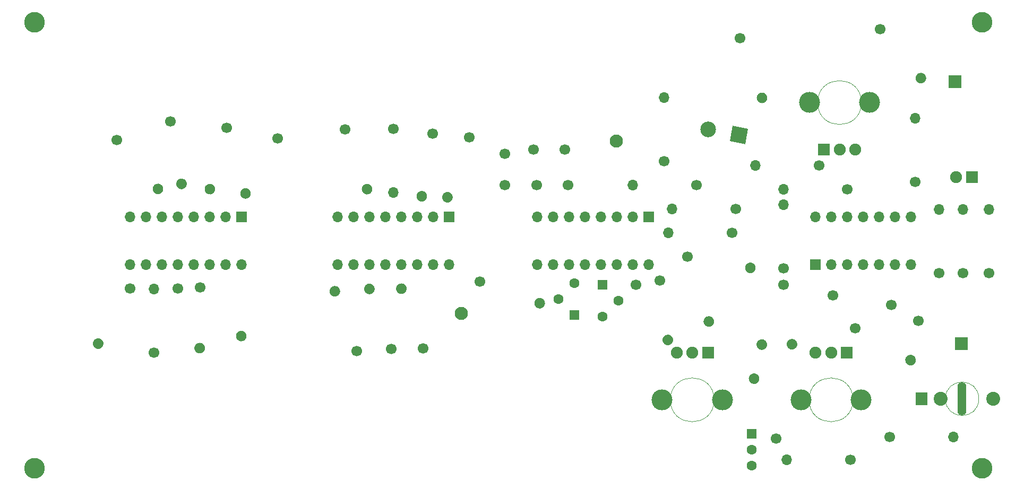
<source format=gbr>
%TF.GenerationSoftware,KiCad,Pcbnew,(5.1.6)-1*%
%TF.CreationDate,2021-02-23T20:11:17-06:00*%
%TF.ProjectId,WALKING RING,57414c4b-494e-4472-9052-494e472e6b69,rev?*%
%TF.SameCoordinates,Original*%
%TF.FileFunction,Soldermask,Top*%
%TF.FilePolarity,Negative*%
%FSLAX46Y46*%
G04 Gerber Fmt 4.6, Leading zero omitted, Abs format (unit mm)*
G04 Created by KiCad (PCBNEW (5.1.6)-1) date 2021-02-23 20:11:17*
%MOMM*%
%LPD*%
G01*
G04 APERTURE LIST*
%ADD10C,0.100000*%
%ADD11C,0.120000*%
%ADD12O,1.700000X1.700000*%
%ADD13C,1.700000*%
%ADD14C,2.100000*%
%ADD15C,2.500000*%
%ADD16R,1.900000X1.900000*%
%ADD17C,1.900000*%
%ADD18C,3.340000*%
%ADD19R,1.700000X1.700000*%
%ADD20R,2.100000X2.100000*%
%ADD21C,3.300000*%
%ADD22O,1.400000X5.300000*%
%ADD23C,2.230000*%
%ADD24R,1.930000X2.030000*%
%ADD25R,1.600000X1.600000*%
%ADD26C,1.600000*%
G04 APERTURE END LIST*
D10*
%TO.C,*%
X164000000Y-107060000D02*
G75*
G03*
X164000000Y-107060000I-3500000J0D01*
G01*
D11*
X206210019Y-106890000D02*
G75*
G03*
X206210019Y-106890000I-2670019J0D01*
G01*
D10*
X187490000Y-59600000D02*
G75*
G03*
X187490000Y-59600000I-3500000J0D01*
G01*
X186140000Y-107060000D02*
G75*
G03*
X186140000Y-107060000I-3500000J0D01*
G01*
%TD*%
D12*
%TO.C,REF\u002A\u002A*%
X74650000Y-89330000D03*
D13*
X74650000Y-99490000D03*
%TD*%
D12*
%TO.C,REF\u002A\u002A*%
X203650000Y-76640000D03*
D13*
X203650000Y-86800000D03*
%TD*%
%TO.C,REF\u002A\u002A*%
X199860000Y-86800000D03*
D12*
X199860000Y-76640000D03*
%TD*%
D13*
%TO.C,REF\u002A\u002A*%
X167470000Y-76610000D03*
D12*
X157310000Y-76610000D03*
%TD*%
%TO.C,REF\u002A\u002A*%
X151010000Y-72790000D03*
D13*
X161170000Y-72790000D03*
%TD*%
%TO.C,REF\u002A\u002A*%
X156040000Y-68950000D03*
D12*
X156040000Y-58790000D03*
%TD*%
%TO.C,REF\u002A\u002A*%
X156650000Y-80420000D03*
D13*
X166810000Y-80420000D03*
%TD*%
D12*
%TO.C,REF\u002A\u002A*%
X175030000Y-75890000D03*
D13*
X175030000Y-86050000D03*
%TD*%
%TO.C,REF\u002A\u002A*%
X196020000Y-72230000D03*
D12*
X196020000Y-62070000D03*
%TD*%
D14*
%TO.C,REF\u002A\u002A*%
X148400000Y-65750000D03*
%TD*%
D15*
%TO.C,REF\u002A\u002A*%
X163005961Y-63901759D03*
D10*
G36*
X169378070Y-63756051D02*
G01*
X168943949Y-66218070D01*
X166481930Y-65783949D01*
X166916051Y-63321930D01*
X169378070Y-63756051D01*
G37*
%TD*%
D16*
%TO.C,REF\u002A\u002A*%
X163000000Y-99560000D03*
D17*
X160500000Y-99560000D03*
X158000000Y-99560000D03*
D18*
X155700000Y-107060000D03*
X165300000Y-107060000D03*
%TD*%
D12*
%TO.C,REF\u002A\u002A*%
X121730000Y-85460000D03*
X103950000Y-77840000D03*
X119190000Y-85460000D03*
X106490000Y-77840000D03*
X116650000Y-85460000D03*
X109030000Y-77840000D03*
X114110000Y-85460000D03*
X111570000Y-77840000D03*
X111570000Y-85460000D03*
X114110000Y-77840000D03*
X109030000Y-85460000D03*
X116650000Y-77840000D03*
X106490000Y-85460000D03*
X119190000Y-77840000D03*
X103950000Y-85460000D03*
D19*
X121730000Y-77840000D03*
%TD*%
D12*
%TO.C,REF\u002A\u002A*%
X180150000Y-77860000D03*
X195390000Y-85480000D03*
X182690000Y-77860000D03*
X192850000Y-85480000D03*
X185230000Y-77860000D03*
X190310000Y-85480000D03*
X187770000Y-77860000D03*
X187770000Y-85480000D03*
X190310000Y-77860000D03*
X185230000Y-85480000D03*
X192850000Y-77860000D03*
X182690000Y-85480000D03*
X195390000Y-77860000D03*
D19*
X180150000Y-85480000D03*
%TD*%
D14*
%TO.C,REF\u002A\u002A*%
X123690000Y-93220000D03*
%TD*%
D13*
%TO.C,REF\u002A\u002A*%
X140160000Y-67090000D03*
X135160000Y-67090000D03*
%TD*%
D19*
%TO.C,REF\u002A\u002A*%
X153550000Y-77830000D03*
D12*
X135770000Y-85450000D03*
X151010000Y-77830000D03*
X138310000Y-85450000D03*
X148470000Y-77830000D03*
X140850000Y-85450000D03*
X145930000Y-77830000D03*
X143390000Y-85450000D03*
X143390000Y-77830000D03*
X145930000Y-85450000D03*
X140850000Y-77830000D03*
X148470000Y-85450000D03*
X138310000Y-77830000D03*
X151010000Y-85450000D03*
X135770000Y-77830000D03*
X153550000Y-85450000D03*
%TD*%
D20*
%TO.C,REF\u002A\u002A*%
X202390000Y-56270000D03*
%TD*%
D18*
%TO.C,REF\u002A\u002A*%
X179190000Y-59600000D03*
X188790000Y-59600000D03*
D17*
X186490000Y-67100000D03*
X183990000Y-67100000D03*
D16*
X181490000Y-67100000D03*
%TD*%
D19*
%TO.C,REF\u002A\u002A*%
X88650000Y-77840000D03*
D12*
X70870000Y-85460000D03*
X86110000Y-77840000D03*
X73410000Y-85460000D03*
X83570000Y-77840000D03*
X75950000Y-85460000D03*
X81030000Y-77840000D03*
X78490000Y-85460000D03*
X78490000Y-77840000D03*
X81030000Y-85460000D03*
X75950000Y-77840000D03*
X83570000Y-85460000D03*
X73410000Y-77840000D03*
X86110000Y-85460000D03*
X70870000Y-77840000D03*
X88650000Y-85460000D03*
%TD*%
D21*
%TO.C,REF\u002A\u002A*%
X206740000Y-46750000D03*
%TD*%
%TO.C,REF\u002A\u002A*%
X55630000Y-117940000D03*
%TD*%
D13*
%TO.C,REF\u002A\u002A*%
X130600000Y-72770000D03*
X130600000Y-67770000D03*
%TD*%
D21*
%TO.C,REF\u002A\u002A*%
X55630000Y-46750000D03*
%TD*%
%TO.C,REF\u002A\u002A*%
X206740000Y-117940000D03*
%TD*%
D20*
%TO.C,REF\u002A\u002A*%
X203460000Y-98110000D03*
%TD*%
D17*
%TO.C,.*%
X202560000Y-71490000D03*
D16*
X205100000Y-71490000D03*
%TD*%
D22*
%TO.C,REF\u002A\u002A*%
X203540000Y-106890000D03*
D23*
X200160000Y-106890000D03*
D24*
X197060000Y-106890000D03*
D23*
X208460000Y-106890000D03*
%TD*%
D13*
%TO.C,REF\u002A\u002A*%
X173830269Y-113224764D03*
G36*
G01*
X170646061Y-104476226D02*
X170646061Y-104476226D01*
G75*
G02*
X169556605Y-103968204I-290717J798739D01*
G01*
X169556605Y-103968204D01*
G75*
G02*
X170064627Y-102878748I798739J290717D01*
G01*
X170064627Y-102878748D01*
G75*
G02*
X171154083Y-103386770I290717J-798739D01*
G01*
X171154083Y-103386770D01*
G75*
G02*
X170646061Y-104476226I-798739J-290717D01*
G01*
G37*
%TD*%
D12*
%TO.C,REF\u002A\u002A*%
X175579535Y-116658705D03*
D13*
X185739535Y-116658705D03*
%TD*%
D25*
%TO.C,.*%
X169940000Y-112520000D03*
D26*
X169940000Y-117600000D03*
X169940000Y-115060000D03*
%TD*%
D12*
%TO.C,REF\u002A\u002A*%
X207810000Y-76640000D03*
D13*
X207810000Y-86800000D03*
%TD*%
%TO.C,REF\u002A\u002A*%
G36*
G01*
X156175000Y-96762696D02*
X156175000Y-96762696D01*
G75*
G02*
X157336122Y-97073818I425000J-736122D01*
G01*
X157336122Y-97073818D01*
G75*
G02*
X157025000Y-98234940I-736122J-425000D01*
G01*
X157025000Y-98234940D01*
G75*
G02*
X155863878Y-97923818I-425000J736122D01*
G01*
X155863878Y-97923818D01*
G75*
G02*
X156175000Y-96762696I736122J425000D01*
G01*
G37*
X151520000Y-88700000D03*
%TD*%
%TO.C,REF\u002A\u002A*%
G36*
G01*
X135368538Y-91344208D02*
X135368538Y-91344208D01*
G75*
G02*
X136457994Y-90836186I798739J-290717D01*
G01*
X136457994Y-90836186D01*
G75*
G02*
X136966016Y-91925642I-290717J-798739D01*
G01*
X136966016Y-91925642D01*
G75*
G02*
X135876560Y-92433664I-798739J290717D01*
G01*
X135876560Y-92433664D01*
G75*
G02*
X135368538Y-91344208I290717J798739D01*
G01*
G37*
X126620000Y-88160000D03*
%TD*%
%TO.C,REF\u002A\u002A*%
G36*
G01*
X171885792Y-97438538D02*
X171885792Y-97438538D01*
G75*
G02*
X172393814Y-98527994I-290717J-798739D01*
G01*
X172393814Y-98527994D01*
G75*
G02*
X171304358Y-99036016I-798739J290717D01*
G01*
X171304358Y-99036016D01*
G75*
G02*
X170796336Y-97946560I290717J798739D01*
G01*
X170796336Y-97946560D01*
G75*
G02*
X171885792Y-97438538I798739J-290717D01*
G01*
G37*
X175070000Y-88690000D03*
%TD*%
%TO.C,REF\u002A\u002A*%
X124930000Y-65170000D03*
G36*
G01*
X121745792Y-73918538D02*
X121745792Y-73918538D01*
G75*
G02*
X122253814Y-75007994I-290717J-798739D01*
G01*
X122253814Y-75007994D01*
G75*
G02*
X121164358Y-75516016I-798739J290717D01*
G01*
X121164358Y-75516016D01*
G75*
G02*
X120656336Y-74426560I290717J798739D01*
G01*
X120656336Y-74426560D01*
G75*
G02*
X121745792Y-73918538I798739J-290717D01*
G01*
G37*
%TD*%
%TO.C,REF\u002A\u002A*%
X196550127Y-94440000D03*
X192220000Y-91940000D03*
%TD*%
D12*
%TO.C,REF\u002A\u002A*%
X175080000Y-73450000D03*
D13*
X185240000Y-73450000D03*
%TD*%
%TO.C,REF\u002A\u002A*%
X135670000Y-72790000D03*
X140670000Y-72790000D03*
%TD*%
D25*
%TO.C,REF\u002A\u002A*%
X141660000Y-93540000D03*
D26*
X141660000Y-88460000D03*
X139120000Y-91000000D03*
%TD*%
%TO.C,REF\u002A\u002A*%
X148720000Y-91200000D03*
X146180000Y-93740000D03*
D25*
X146180000Y-88660000D03*
%TD*%
D13*
%TO.C,REF\u002A\u002A*%
X180760000Y-69610000D03*
D12*
X170600000Y-69610000D03*
%TD*%
%TO.C,REF\u002A\u002A*%
G36*
G01*
X194582696Y-100295000D02*
X194582696Y-100295000D01*
G75*
G02*
X195743818Y-99983878I736122J-425000D01*
G01*
X195743818Y-99983878D01*
G75*
G02*
X196054940Y-101145000I-425000J-736122D01*
G01*
X196054940Y-101145000D01*
G75*
G02*
X194893818Y-101456122I-736122J425000D01*
G01*
X194893818Y-101456122D01*
G75*
G02*
X194582696Y-100295000I425000J736122D01*
G01*
G37*
D13*
X186520000Y-95640000D03*
%TD*%
%TO.C,REF\u002A\u002A*%
X182930000Y-90400000D03*
G36*
G01*
X176945647Y-97531874D02*
X176945647Y-97531874D01*
G75*
G02*
X177050416Y-98729381I-546369J-651138D01*
G01*
X177050416Y-98729381D01*
G75*
G02*
X175852909Y-98834150I-651138J546369D01*
G01*
X175852909Y-98834150D01*
G75*
G02*
X175748140Y-97636643I546369J651138D01*
G01*
X175748140Y-97636643D01*
G75*
G02*
X176945647Y-97531874I651138J-546369D01*
G01*
G37*
%TD*%
%TO.C,REF\u002A\u002A*%
X155360000Y-88020000D03*
G36*
G01*
X162491874Y-94004353D02*
X162491874Y-94004353D01*
G75*
G02*
X163689381Y-93899584I651138J-546369D01*
G01*
X163689381Y-93899584D01*
G75*
G02*
X163794150Y-95097091I-546369J-651138D01*
G01*
X163794150Y-95097091D01*
G75*
G02*
X162596643Y-95201860I-651138J546369D01*
G01*
X162596643Y-95201860D01*
G75*
G02*
X162491874Y-94004353I546369J651138D01*
G01*
G37*
%TD*%
%TO.C,REF\u002A\u002A*%
X159770000Y-84230000D03*
G36*
G01*
X168938560Y-85846664D02*
X168938560Y-85846664D01*
G75*
G02*
X169923248Y-85157178I837087J-147601D01*
G01*
X169923248Y-85157178D01*
G75*
G02*
X170612734Y-86141866I-147601J-837087D01*
G01*
X170612734Y-86141866D01*
G75*
G02*
X169628046Y-86831352I-837087J147601D01*
G01*
X169628046Y-86831352D01*
G75*
G02*
X168938560Y-85846664I147601J837087D01*
G01*
G37*
%TD*%
%TO.C,REF\u002A\u002A*%
G36*
G01*
X89675000Y-73362696D02*
X89675000Y-73362696D01*
G75*
G02*
X89986122Y-74523818I-425000J-736122D01*
G01*
X89986122Y-74523818D01*
G75*
G02*
X88825000Y-74834940I-736122J425000D01*
G01*
X88825000Y-74834940D01*
G75*
G02*
X88513878Y-73673818I425000J736122D01*
G01*
X88513878Y-73673818D01*
G75*
G02*
X89675000Y-73362696I736122J-425000D01*
G01*
G37*
X94330000Y-65300000D03*
%TD*%
%TO.C,REF\u002A\u002A*%
G36*
G01*
X78886664Y-71738560D02*
X78886664Y-71738560D01*
G75*
G02*
X79871352Y-72428046I147601J-837087D01*
G01*
X79871352Y-72428046D01*
G75*
G02*
X79181866Y-73412734I-837087J-147601D01*
G01*
X79181866Y-73412734D01*
G75*
G02*
X78197178Y-72723248I-147601J837087D01*
G01*
X78197178Y-72723248D01*
G75*
G02*
X78886664Y-71738560I837087J147601D01*
G01*
G37*
X77270000Y-62570000D03*
%TD*%
%TO.C,REF\u002A\u002A*%
G36*
G01*
X109295792Y-90151462D02*
X109295792Y-90151462D01*
G75*
G02*
X108206336Y-89643440I-290717J798739D01*
G01*
X108206336Y-89643440D01*
G75*
G02*
X108714358Y-88553984I798739J290717D01*
G01*
X108714358Y-88553984D01*
G75*
G02*
X109803814Y-89062006I290717J-798739D01*
G01*
X109803814Y-89062006D01*
G75*
G02*
X109295792Y-90151462I-798739J-290717D01*
G01*
G37*
X112480000Y-98900000D03*
%TD*%
%TO.C,REF\u002A\u002A*%
G36*
G01*
X108344208Y-72618538D02*
X108344208Y-72618538D01*
G75*
G02*
X109433664Y-73126560I290717J-798739D01*
G01*
X109433664Y-73126560D01*
G75*
G02*
X108925642Y-74216016I-798739J-290717D01*
G01*
X108925642Y-74216016D01*
G75*
G02*
X107836186Y-73707994I-290717J798739D01*
G01*
X107836186Y-73707994D01*
G75*
G02*
X108344208Y-72618538I798739J290717D01*
G01*
G37*
X105160000Y-63870000D03*
%TD*%
%TO.C,REF\u002A\u002A*%
X168150000Y-49300000D03*
G36*
G01*
X171334208Y-58048538D02*
X171334208Y-58048538D01*
G75*
G02*
X172423664Y-58556560I290717J-798739D01*
G01*
X172423664Y-58556560D01*
G75*
G02*
X171915642Y-59646016I-798739J-290717D01*
G01*
X171915642Y-59646016D01*
G75*
G02*
X170826186Y-59137994I-290717J798739D01*
G01*
X170826186Y-59137994D01*
G75*
G02*
X171334208Y-58048538I798739J290717D01*
G01*
G37*
%TD*%
%TO.C,REF\u002A\u002A*%
X68750000Y-65610000D03*
G36*
G01*
X74734353Y-72741874D02*
X74734353Y-72741874D01*
G75*
G02*
X75931860Y-72846643I546369J-651138D01*
G01*
X75931860Y-72846643D01*
G75*
G02*
X75827091Y-74044150I-651138J-546369D01*
G01*
X75827091Y-74044150D01*
G75*
G02*
X74629584Y-73939381I-546369J651138D01*
G01*
X74629584Y-73939381D01*
G75*
G02*
X74734353Y-72741874I651138J546369D01*
G01*
G37*
%TD*%
%TO.C,REF\u002A\u002A*%
G36*
G01*
X117503336Y-73718560D02*
X117503336Y-73718560D01*
G75*
G02*
X118192822Y-74703248I-147601J-837087D01*
G01*
X118192822Y-74703248D01*
G75*
G02*
X117208134Y-75392734I-837087J147601D01*
G01*
X117208134Y-75392734D01*
G75*
G02*
X116518648Y-74408046I147601J837087D01*
G01*
X116518648Y-74408046D01*
G75*
G02*
X117503336Y-73718560I837087J-147601D01*
G01*
G37*
X119120000Y-64550000D03*
%TD*%
%TO.C,REF\u002A\u002A*%
X86200000Y-63600000D03*
G36*
G01*
X83790395Y-72592769D02*
X83790395Y-72592769D01*
G75*
G02*
X84391436Y-73633802I-219996J-821037D01*
G01*
X84391436Y-73633802D01*
G75*
G02*
X83350403Y-74234843I-821037J219996D01*
G01*
X83350403Y-74234843D01*
G75*
G02*
X82749362Y-73193810I219996J821037D01*
G01*
X82749362Y-73193810D01*
G75*
G02*
X83790395Y-72592769I821037J-219996D01*
G01*
G37*
%TD*%
%TO.C,REF\u002A\u002A*%
G36*
G01*
X81644208Y-97998538D02*
X81644208Y-97998538D01*
G75*
G02*
X82733664Y-98506560I290717J-798739D01*
G01*
X82733664Y-98506560D01*
G75*
G02*
X82225642Y-99596016I-798739J-290717D01*
G01*
X82225642Y-99596016D01*
G75*
G02*
X81136186Y-99087994I-290717J798739D01*
G01*
X81136186Y-99087994D01*
G75*
G02*
X81644208Y-97998538I798739J290717D01*
G01*
G37*
X78460000Y-89250000D03*
%TD*%
%TO.C,REF\u002A\u002A*%
X106970000Y-99270000D03*
G36*
G01*
X103785792Y-90521462D02*
X103785792Y-90521462D01*
G75*
G02*
X102696336Y-90013440I-290717J798739D01*
G01*
X102696336Y-90013440D01*
G75*
G02*
X103204358Y-88923984I798739J290717D01*
G01*
X103204358Y-88923984D01*
G75*
G02*
X104293814Y-89432006I290717J-798739D01*
G01*
X104293814Y-89432006D01*
G75*
G02*
X103785792Y-90521462I-798739J-290717D01*
G01*
G37*
%TD*%
%TO.C,REF\u002A\u002A*%
X112820000Y-63820000D03*
D12*
X112820000Y-73980000D03*
%TD*%
%TO.C,REF\u002A\u002A*%
G36*
G01*
X196414353Y-55041874D02*
X196414353Y-55041874D01*
G75*
G02*
X197611860Y-55146643I546369J-651138D01*
G01*
X197611860Y-55146643D01*
G75*
G02*
X197507091Y-56344150I-651138J-546369D01*
G01*
X197507091Y-56344150D01*
G75*
G02*
X196309584Y-56239381I-546369J651138D01*
G01*
X196309584Y-56239381D01*
G75*
G02*
X196414353Y-55041874I651138J546369D01*
G01*
G37*
D13*
X190430000Y-47910000D03*
%TD*%
%TO.C,REF\u002A\u002A*%
X82040000Y-89090000D03*
G36*
G01*
X88024353Y-96221874D02*
X88024353Y-96221874D01*
G75*
G02*
X89221860Y-96326643I546369J-651138D01*
G01*
X89221860Y-96326643D01*
G75*
G02*
X89117091Y-97524150I-651138J-546369D01*
G01*
X89117091Y-97524150D01*
G75*
G02*
X87919584Y-97419381I-546369J651138D01*
G01*
X87919584Y-97419381D01*
G75*
G02*
X88024353Y-96221874I651138J546369D01*
G01*
G37*
%TD*%
%TO.C,REF\u002A\u002A*%
X191980000Y-113020000D03*
D12*
X202140000Y-113020000D03*
%TD*%
D13*
%TO.C,REF\u002A\u002A*%
X117580000Y-98860000D03*
G36*
G01*
X114395792Y-90111462D02*
X114395792Y-90111462D01*
G75*
G02*
X113306336Y-89603440I-290717J798739D01*
G01*
X113306336Y-89603440D01*
G75*
G02*
X113814358Y-88513984I798739J290717D01*
G01*
X113814358Y-88513984D01*
G75*
G02*
X114903814Y-89022006I290717J-798739D01*
G01*
X114903814Y-89022006D01*
G75*
G02*
X114395792Y-90111462I-798739J-290717D01*
G01*
G37*
%TD*%
%TO.C,REF\u002A\u002A*%
G36*
G01*
X66165000Y-97342696D02*
X66165000Y-97342696D01*
G75*
G02*
X66476122Y-98503818I-425000J-736122D01*
G01*
X66476122Y-98503818D01*
G75*
G02*
X65315000Y-98814940I-736122J425000D01*
G01*
X65315000Y-98814940D01*
G75*
G02*
X65003878Y-97653818I425000J736122D01*
G01*
X65003878Y-97653818D01*
G75*
G02*
X66165000Y-97342696I736122J-425000D01*
G01*
G37*
X70820000Y-89280000D03*
%TD*%
D18*
%TO.C,REF\u002A\u002A*%
X187440000Y-107060000D03*
X177840000Y-107060000D03*
D17*
X180140000Y-99560000D03*
X182640000Y-99560000D03*
D16*
X185140000Y-99560000D03*
%TD*%
M02*

</source>
